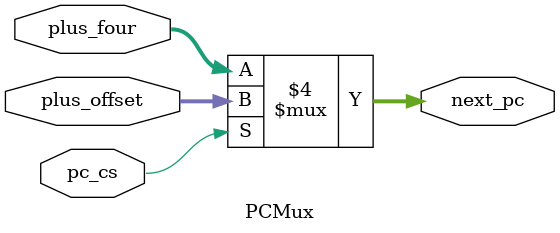
<source format=sv>
`timescale 1ns / 1ps

module PCMux(
    input wire logic [31:0] plus_four, plus_offset, // inputs 
    input wire logic pc_cs, // control signal  
    output logic [31:0] next_pc // output 
    );
    
    always_comb begin 
        if (pc_cs == 1'b0) next_pc = plus_four; // 0 is DON'T take the branch  
        else next_pc = plus_offset; 
    end 
    
endmodule

</source>
